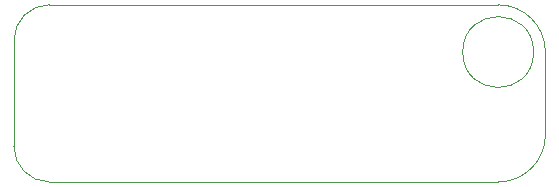
<source format=gbr>
%TF.GenerationSoftware,KiCad,Pcbnew,7.0.7*%
%TF.CreationDate,2023-10-10T17:02:05+13:00*%
%TF.ProjectId,probeDaughterBoard,70726f62-6544-4617-9567-68746572426f,rev?*%
%TF.SameCoordinates,Original*%
%TF.FileFunction,Profile,NP*%
%FSLAX46Y46*%
G04 Gerber Fmt 4.6, Leading zero omitted, Abs format (unit mm)*
G04 Created by KiCad (PCBNEW 7.0.7) date 2023-10-10 17:02:05*
%MOMM*%
%LPD*%
G01*
G04 APERTURE LIST*
%TA.AperFunction,Profile*%
%ADD10C,0.100000*%
%TD*%
G04 APERTURE END LIST*
D10*
X3000000Y0D02*
G75*
G03*
X0Y-3000000I0J-3000000D01*
G01*
X0Y-12000000D02*
G75*
G03*
X3000000Y-15000000I3000000J0D01*
G01*
X41000000Y-15000000D02*
X3000000Y-15000000D01*
X41000000Y-15000000D02*
G75*
G03*
X45000000Y-11000000I0J4000000D01*
G01*
X45000000Y-11000000D02*
X45000000Y-4000000D01*
X44000000Y-4000000D02*
G75*
G03*
X44000000Y-4000000I-3000000J0D01*
G01*
X45000000Y-4000000D02*
G75*
G03*
X41000000Y0I-4000000J0D01*
G01*
X3000000Y0D02*
X41000000Y0D01*
X0Y-12000000D02*
X0Y-3000000D01*
M02*

</source>
